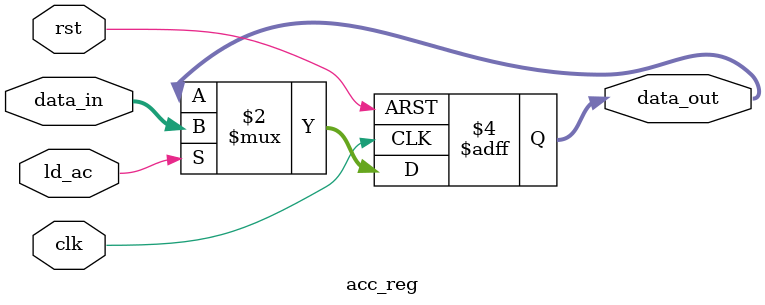
<source format=v>
`timescale 1ns / 1ps


module acc_reg(
    input clk,
    input rst,
    input ld_ac,
    input [7:0] data_in,
    output reg [7:0] data_out
);
    always @(posedge clk or posedge rst) begin
        if (rst)
            data_out <= 8'b0;
        else if (ld_ac)
            data_out <= data_in;
    end
endmodule

</source>
